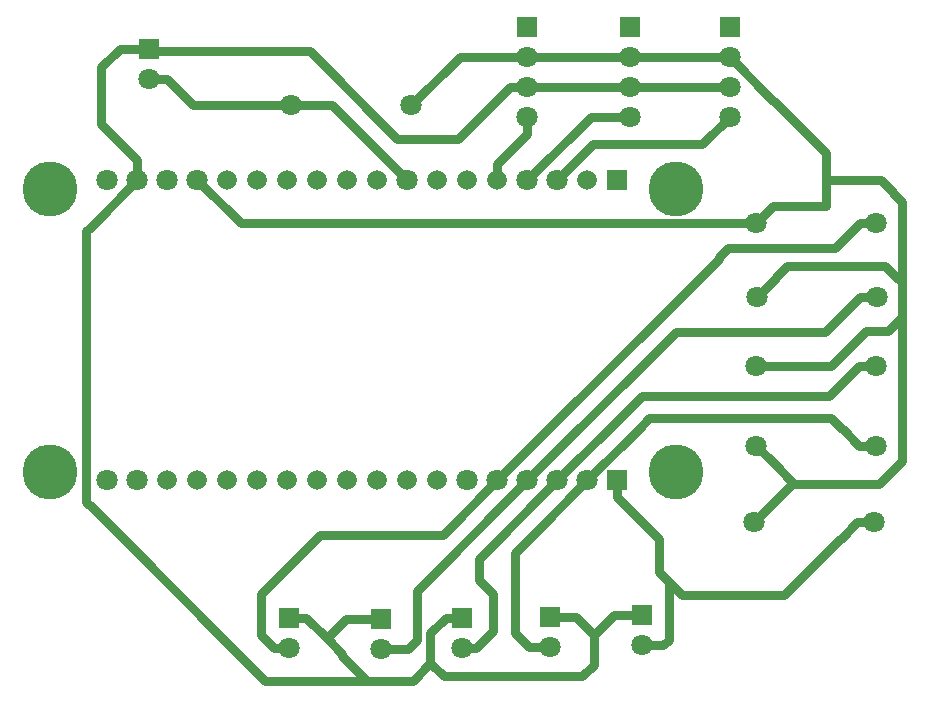
<source format=gbr>
%TF.GenerationSoftware,KiCad,Pcbnew,(5.1.12)-1*%
%TF.CreationDate,2022-06-22T10:59:22-05:00*%
%TF.ProjectId,Unidad central,556e6964-6164-4206-9365-6e7472616c2e,rev?*%
%TF.SameCoordinates,Original*%
%TF.FileFunction,Copper,L1,Top*%
%TF.FilePolarity,Positive*%
%FSLAX46Y46*%
G04 Gerber Fmt 4.6, Leading zero omitted, Abs format (unit mm)*
G04 Created by KiCad (PCBNEW (5.1.12)-1) date 2022-06-22 10:59:22*
%MOMM*%
%LPD*%
G01*
G04 APERTURE LIST*
%TA.AperFunction,ComponentPad*%
%ADD10C,1.800000*%
%TD*%
%TA.AperFunction,ComponentPad*%
%ADD11R,1.700000X1.700000*%
%TD*%
%TA.AperFunction,ComponentPad*%
%ADD12C,4.650000*%
%TD*%
%TA.AperFunction,ComponentPad*%
%ADD13C,1.665000*%
%TD*%
%TA.AperFunction,ComponentPad*%
%ADD14R,1.665000X1.665000*%
%TD*%
%TA.AperFunction,Conductor*%
%ADD15C,0.800000*%
%TD*%
G04 APERTURE END LIST*
D10*
%TO.P,R6,2*%
%TO.N,Net-(J6-Pad2)*%
X122857000Y-59921100D03*
%TO.P,R6,1*%
%TO.N,Net-(D1-Pad2)*%
X133017000Y-59921100D03*
%TD*%
%TO.P,R5,2*%
%TO.N,Net-(J5-Pad2)*%
X172164000Y-95224600D03*
%TO.P,R5,1*%
%TO.N,Net-(D1-Pad2)*%
X162004000Y-95224600D03*
%TD*%
%TO.P,R4,2*%
%TO.N,Net-(J4-Pad2)*%
X172342000Y-88742500D03*
%TO.P,R4,1*%
%TO.N,Net-(D1-Pad2)*%
X162182000Y-88742500D03*
%TD*%
%TO.P,R3,2*%
%TO.N,Net-(J3-Pad2)*%
X172342000Y-81991200D03*
%TO.P,R3,1*%
%TO.N,Net-(D1-Pad2)*%
X162182000Y-81991200D03*
%TD*%
%TO.P,R2,2*%
%TO.N,Net-(J2-Pad2)*%
X172430000Y-76131400D03*
%TO.P,R2,1*%
%TO.N,Net-(D1-Pad2)*%
X162270000Y-76131400D03*
%TD*%
%TO.P,R1,2*%
%TO.N,Net-(J1-Pad2)*%
X172369000Y-69883000D03*
%TO.P,R1,1*%
%TO.N,Net-(D1-Pad2)*%
X162209000Y-69883000D03*
%TD*%
%TO.P,J4,2*%
%TO.N,Net-(J4-Pad2)*%
X144747000Y-105768000D03*
D11*
%TO.P,J4,1*%
%TO.N,Net-(D1-Pad3)*%
X144747000Y-103228000D03*
%TD*%
D10*
%TO.P,J3,2*%
%TO.N,Net-(J3-Pad2)*%
X137279000Y-105865000D03*
D11*
%TO.P,J3,1*%
%TO.N,Net-(D1-Pad3)*%
X137279000Y-103325000D03*
%TD*%
D10*
%TO.P,J2,2*%
%TO.N,Net-(J2-Pad2)*%
X130404000Y-105964000D03*
D11*
%TO.P,J2,1*%
%TO.N,Net-(D1-Pad3)*%
X130404000Y-103424000D03*
%TD*%
D10*
%TO.P,D3,4*%
%TO.N,Net-(D3-Pad4)*%
X142822000Y-60927000D03*
%TO.P,D3,3*%
%TO.N,Net-(D1-Pad3)*%
X142822000Y-58387000D03*
%TO.P,D3,2*%
%TO.N,Net-(D1-Pad2)*%
X142822000Y-55847000D03*
D11*
%TO.P,D3,1*%
%TO.N,Net-(D3-Pad1)*%
X142822000Y-53307000D03*
%TD*%
D12*
%TO.P,U1,MH4*%
%TO.N,Net-(U1-PadMH4)*%
X155375000Y-90985200D03*
%TO.P,U1,MH3*%
%TO.N,Net-(U1-PadMH3)*%
X155375000Y-66985200D03*
%TO.P,U1,MH2*%
%TO.N,Net-(U1-PadMH2)*%
X102375000Y-66985200D03*
%TO.P,U1,MH1*%
%TO.N,Net-(U1-PadMH1)*%
X102375000Y-90985200D03*
D10*
%TO.P,U1,36*%
%TO.N,Net-(U1-Pad36)*%
X107272000Y-91685200D03*
%TO.P,U1,35*%
%TO.N,Net-(U1-Pad35)*%
X109812000Y-91685200D03*
D13*
%TO.P,U1,34*%
%TO.N,Net-(U1-Pad34)*%
X112352000Y-91685200D03*
%TO.P,U1,33*%
%TO.N,Net-(U1-Pad33)*%
X114892000Y-91685200D03*
%TO.P,U1,32*%
%TO.N,Net-(U1-Pad32)*%
X117432000Y-91685200D03*
%TO.P,U1,31*%
%TO.N,Net-(U1-Pad31)*%
X119972000Y-91685200D03*
%TO.P,U1,30*%
%TO.N,Net-(U1-Pad30)*%
X122512000Y-91685200D03*
%TO.P,U1,29*%
%TO.N,Net-(U1-Pad29)*%
X125052000Y-91685200D03*
%TO.P,U1,28*%
%TO.N,Net-(U1-Pad28)*%
X127592000Y-91685200D03*
%TO.P,U1,27*%
%TO.N,Net-(U1-Pad27)*%
X130132000Y-91685200D03*
%TO.P,U1,26*%
%TO.N,Net-(U1-Pad26)*%
X132672000Y-91685200D03*
%TO.P,U1,25*%
%TO.N,Net-(U1-Pad25)*%
X135212000Y-91685200D03*
D10*
%TO.P,U1,24*%
%TO.N,Net-(U1-Pad24)*%
X137752000Y-91685200D03*
%TO.P,U1,23*%
%TO.N,Net-(J1-Pad2)*%
X140292000Y-91685200D03*
%TO.P,U1,22*%
%TO.N,Net-(J2-Pad2)*%
X142832000Y-91685200D03*
%TO.P,U1,21*%
%TO.N,Net-(J3-Pad2)*%
X145372000Y-91685200D03*
%TO.P,U1,20*%
%TO.N,Net-(J4-Pad2)*%
X147912000Y-91685200D03*
D14*
%TO.P,U1,19*%
%TO.N,Net-(J5-Pad2)*%
X150452000Y-91685200D03*
D10*
%TO.P,U1,18*%
%TO.N,Net-(U1-Pad18)*%
X107272000Y-66285200D03*
%TO.P,U1,17*%
%TO.N,Net-(D1-Pad3)*%
X109812000Y-66285200D03*
%TO.P,U1,16*%
%TO.N,Net-(U1-Pad16)*%
X112352000Y-66285200D03*
%TO.P,U1,15*%
%TO.N,Net-(D1-Pad2)*%
X114892000Y-66285200D03*
D13*
%TO.P,U1,14*%
%TO.N,Net-(U1-Pad14)*%
X117432000Y-66285200D03*
%TO.P,U1,13*%
%TO.N,Net-(U1-Pad13)*%
X119972000Y-66285200D03*
%TO.P,U1,12*%
%TO.N,Net-(U1-Pad12)*%
X122512000Y-66285200D03*
%TO.P,U1,11*%
%TO.N,Net-(U1-Pad11)*%
X125052000Y-66285200D03*
%TO.P,U1,10*%
%TO.N,Net-(U1-Pad10)*%
X127592000Y-66285200D03*
%TO.P,U1,9*%
%TO.N,Net-(U1-Pad9)*%
X130132000Y-66285200D03*
D10*
%TO.P,U1,8*%
%TO.N,Net-(J6-Pad2)*%
X132672000Y-66285200D03*
D13*
%TO.P,U1,7*%
%TO.N,Net-(U1-Pad7)*%
X135212000Y-66285200D03*
%TO.P,U1,6*%
%TO.N,Net-(U1-Pad6)*%
X137752000Y-66285200D03*
%TO.P,U1,5*%
%TO.N,Net-(D3-Pad4)*%
X140292000Y-66285200D03*
D10*
%TO.P,U1,4*%
%TO.N,Net-(D2-Pad4)*%
X142832000Y-66285200D03*
%TO.P,U1,3*%
%TO.N,Net-(D1-Pad4)*%
X145372000Y-66285200D03*
D13*
%TO.P,U1,2*%
%TO.N,Net-(U1-Pad2)*%
X147912000Y-66285200D03*
D14*
%TO.P,U1,1*%
%TO.N,Net-(U1-Pad1)*%
X150452000Y-66285200D03*
%TD*%
D10*
%TO.P,D2,4*%
%TO.N,Net-(D2-Pad4)*%
X151526000Y-60927000D03*
%TO.P,D2,3*%
%TO.N,Net-(D1-Pad3)*%
X151526000Y-58387000D03*
%TO.P,D2,2*%
%TO.N,Net-(D1-Pad2)*%
X151526000Y-55847000D03*
D11*
%TO.P,D2,1*%
%TO.N,Net-(D2-Pad1)*%
X151526000Y-53307000D03*
%TD*%
D10*
%TO.P,D1,4*%
%TO.N,Net-(D1-Pad4)*%
X159964000Y-60927000D03*
%TO.P,D1,3*%
%TO.N,Net-(D1-Pad3)*%
X159964000Y-58387000D03*
%TO.P,D1,2*%
%TO.N,Net-(D1-Pad2)*%
X159964000Y-55847000D03*
D11*
%TO.P,D1,1*%
%TO.N,Net-(D1-Pad1)*%
X159964000Y-53307000D03*
%TD*%
D10*
%TO.P,J6,2*%
%TO.N,Net-(J6-Pad2)*%
X110833000Y-57698600D03*
D11*
%TO.P,J6,1*%
%TO.N,Net-(D1-Pad3)*%
X110833000Y-55158600D03*
%TD*%
D10*
%TO.P,J5,2*%
%TO.N,Net-(J5-Pad2)*%
X152530000Y-105667000D03*
D11*
%TO.P,J5,1*%
%TO.N,Net-(D1-Pad3)*%
X152530000Y-103127000D03*
%TD*%
D10*
%TO.P,J1,2*%
%TO.N,Net-(J1-Pad2)*%
X122644000Y-105865000D03*
D11*
%TO.P,J1,1*%
%TO.N,Net-(D1-Pad3)*%
X122644000Y-103325000D03*
%TD*%
D15*
%TO.N,Net-(D1-Pad3)*%
X151526000Y-58387000D02*
X142822000Y-58387000D01*
X159964000Y-58387000D02*
X151526000Y-58387000D01*
X124094300Y-103325000D02*
X122644000Y-103325000D01*
X109812000Y-66285200D02*
X105762800Y-70334400D01*
X127449300Y-103424000D02*
X125821300Y-105052000D01*
X130404000Y-103424000D02*
X127449300Y-103424000D01*
X125821300Y-105052000D02*
X124094300Y-103325000D01*
X127157480Y-106388180D02*
X125821300Y-105052000D01*
X137279000Y-103325000D02*
X135953160Y-103325000D01*
X135953160Y-103325000D02*
X134622540Y-104655620D01*
X134622540Y-104655620D02*
X134622540Y-107170220D01*
X134622540Y-107170220D02*
X133151880Y-108640880D01*
X148485860Y-104785160D02*
X146928700Y-103228000D01*
X148485860Y-107297220D02*
X148485860Y-104785160D01*
X147492720Y-108290360D02*
X148485860Y-107297220D01*
X146928700Y-103228000D02*
X144747000Y-103228000D01*
X135742680Y-108290360D02*
X147492720Y-108290360D01*
X134622540Y-107170220D02*
X135742680Y-108290360D01*
X150144020Y-103127000D02*
X148485860Y-104785160D01*
X152530000Y-103127000D02*
X150144020Y-103127000D01*
X129250440Y-108640880D02*
X133151880Y-108640880D01*
X120655080Y-108640880D02*
X129250440Y-108640880D01*
X105762800Y-93748600D02*
X120655080Y-108640880D01*
X127157480Y-106547920D02*
X129250440Y-108640880D01*
X127157480Y-106388180D02*
X127157480Y-106547920D01*
X109812000Y-66285200D02*
X109812000Y-64582220D01*
X109812000Y-64582220D02*
X106768900Y-61539120D01*
X106768900Y-61539120D02*
X106768900Y-56733440D01*
X108343740Y-55158600D02*
X110833000Y-55158600D01*
X106768900Y-56733440D02*
X108343740Y-55158600D01*
X110833000Y-55348400D02*
X110833000Y-55158600D01*
X131830960Y-62786260D02*
X124393100Y-55348400D01*
X136956800Y-62786260D02*
X131830960Y-62786260D01*
X138394300Y-61364400D02*
X138378660Y-61364400D01*
X138378660Y-61364400D02*
X136956800Y-62786260D01*
X141371700Y-58387000D02*
X138394300Y-61364400D01*
X124393100Y-55348400D02*
X110833000Y-55348400D01*
X142822000Y-58387000D02*
X141371700Y-58387000D01*
X105762800Y-93748600D02*
X105762800Y-93735900D01*
X105762800Y-93748600D02*
X105696760Y-93748600D01*
X105696760Y-93748600D02*
X105496360Y-93548200D01*
X105496360Y-70600840D02*
X105762800Y-70334400D01*
X105496360Y-93548200D02*
X105496360Y-70600840D01*
%TO.N,Net-(D1-Pad2)*%
X163602400Y-93626200D02*
X162004000Y-95224600D01*
X162270000Y-76131400D02*
X163870700Y-74530700D01*
X162209000Y-69883000D02*
X162157100Y-69934900D01*
X162157100Y-69934900D02*
X118541700Y-69934900D01*
X118541700Y-69934900D02*
X114892000Y-66285200D01*
X163661900Y-68430100D02*
X162209000Y-69883000D01*
X163661900Y-59544900D02*
X159964000Y-55847000D01*
X151526000Y-55847000D02*
X159964000Y-55847000D01*
X142822000Y-55847000D02*
X137091100Y-55847000D01*
X137091100Y-55847000D02*
X133017000Y-59921100D01*
X151526000Y-55847000D02*
X142822000Y-55847000D01*
X163602400Y-93626200D02*
X163602400Y-93588880D01*
X163661900Y-59544900D02*
X163674740Y-59544900D01*
X163674740Y-59544900D02*
X168102240Y-63972400D01*
X168102240Y-68430100D02*
X163661900Y-68430100D01*
X163602400Y-90162900D02*
X162182000Y-88742500D01*
X163602400Y-93626200D02*
X163622460Y-93626200D01*
X163622460Y-93626200D02*
X165344080Y-91904580D01*
X165344080Y-91904580D02*
X163602400Y-90162900D01*
X168102240Y-63972400D02*
X168102240Y-66271180D01*
X168102240Y-66271180D02*
X168102240Y-68430100D01*
X165412900Y-91973400D02*
X165344080Y-91904580D01*
X172585380Y-91973400D02*
X165412900Y-91973400D01*
X174543720Y-90015060D02*
X172585380Y-91973400D01*
X173777400Y-67351400D02*
X174543720Y-68117720D01*
X173777400Y-67292980D02*
X173777400Y-67351400D01*
X172755600Y-66271180D02*
X173777400Y-67292980D01*
X168102240Y-66271180D02*
X172755600Y-66271180D01*
X174543720Y-68117720D02*
X174543720Y-73568560D01*
X163870700Y-74530700D02*
X163870700Y-74493060D01*
X163870700Y-74493060D02*
X164795200Y-73568560D01*
X164795200Y-73568560D02*
X173106080Y-73568560D01*
X174203360Y-74665840D02*
X174543720Y-74665840D01*
X173106080Y-73568560D02*
X174203360Y-74665840D01*
X174543720Y-73568560D02*
X174543720Y-74665840D01*
X171482100Y-79080600D02*
X173319200Y-79080600D01*
X168571500Y-81991200D02*
X171482100Y-79080600D01*
X173319200Y-79080600D02*
X174543720Y-77856080D01*
X162182000Y-81991200D02*
X168571500Y-81991200D01*
X174543720Y-77856080D02*
X174543720Y-90015060D01*
X174543720Y-74665840D02*
X174543720Y-77856080D01*
%TO.N,Net-(J1-Pad2)*%
X159047200Y-72930000D02*
X140292000Y-91685200D01*
X172369000Y-69883000D02*
X170968700Y-69883000D01*
X122644000Y-105865000D02*
X122505700Y-105865000D01*
X121371208Y-105865000D02*
X122644000Y-105865000D01*
X120261380Y-104755172D02*
X121371208Y-105865000D01*
X120261380Y-101277420D02*
X120261380Y-104755172D01*
X125255700Y-96283100D02*
X120261380Y-101277420D01*
X135694100Y-96283100D02*
X125255700Y-96283100D01*
X140292000Y-91685200D02*
X135694100Y-96283100D01*
X159047200Y-72930000D02*
X159047200Y-72778600D01*
X159047200Y-72778600D02*
X159849820Y-71975980D01*
X168875720Y-71975980D02*
X170968700Y-69883000D01*
X159849820Y-71975980D02*
X168875720Y-71975980D01*
%TO.N,Net-(J5-Pad2)*%
X153980400Y-96646400D02*
X150452000Y-93118000D01*
X152530000Y-105667000D02*
X152620800Y-105667000D01*
X169341900Y-96646400D02*
X170763700Y-95224600D01*
X172164000Y-95224600D02*
X170763700Y-95224600D01*
X150452000Y-91685200D02*
X150452000Y-93118000D01*
X169341900Y-96646400D02*
X169278900Y-96646400D01*
X169278900Y-96646400D02*
X164538660Y-101386640D01*
X164538660Y-101386640D02*
X155936720Y-101386640D01*
X153980400Y-99430320D02*
X153980400Y-96646400D01*
X152530000Y-105667000D02*
X154327400Y-105667000D01*
X154814790Y-105179610D02*
X154814790Y-100264710D01*
X154327400Y-105667000D02*
X154814790Y-105179610D01*
X154814790Y-100264710D02*
X153980400Y-99430320D01*
X155936720Y-101386640D02*
X154814790Y-100264710D01*
%TO.N,Net-(J6-Pad2)*%
X122857000Y-59921100D02*
X126307900Y-59921100D01*
X126307900Y-59921100D02*
X132672000Y-66285200D01*
X122857000Y-59921100D02*
X114505800Y-59921100D01*
X114505800Y-59921100D02*
X112283300Y-57698600D01*
X110833000Y-57698600D02*
X112283300Y-57698600D01*
%TO.N,Net-(D2-Pad4)*%
X151526000Y-60927000D02*
X148190200Y-60927000D01*
X148190200Y-60927000D02*
X142832000Y-66285200D01*
%TO.N,Net-(D1-Pad4)*%
X159964000Y-60927000D02*
X157645100Y-63245900D01*
X157645100Y-63245900D02*
X148411300Y-63245900D01*
X148411300Y-63245900D02*
X145372000Y-66285200D01*
%TO.N,Net-(D3-Pad4)*%
X142822000Y-60927000D02*
X142822000Y-62377300D01*
X140292000Y-66285200D02*
X140292000Y-64907300D01*
X140292000Y-64907300D02*
X142822000Y-62377300D01*
%TO.N,Net-(J2-Pad2)*%
X171029700Y-76131400D02*
X168055800Y-79105300D01*
X168055800Y-79105300D02*
X155411900Y-79105300D01*
X155411900Y-79105300D02*
X142832000Y-91685200D01*
X172430000Y-76131400D02*
X171029700Y-76131400D01*
X133494780Y-101022420D02*
X142832000Y-91685200D01*
X132750280Y-105964000D02*
X133494780Y-105219500D01*
X133494780Y-105219500D02*
X133494780Y-101022420D01*
X130404000Y-105964000D02*
X132750280Y-105964000D01*
%TO.N,Net-(J3-Pad2)*%
X150715400Y-86341800D02*
X145372000Y-91685200D01*
X172342000Y-81991200D02*
X170941700Y-81991200D01*
X138729300Y-98327900D02*
X145372000Y-91685200D01*
X138729300Y-98327900D02*
X138729300Y-100141620D01*
X138729300Y-100141620D02*
X139908280Y-101320600D01*
X139908280Y-104437801D02*
X138481081Y-105865000D01*
X138481081Y-105865000D02*
X137279000Y-105865000D01*
X139908280Y-101320600D02*
X139908280Y-104437801D01*
X150715400Y-86341800D02*
X150716400Y-86341800D01*
X150716400Y-86341800D02*
X152509220Y-84548980D01*
X168383920Y-84548980D02*
X170941700Y-81991200D01*
X152509220Y-84548980D02*
X168383920Y-84548980D01*
%TO.N,Net-(J4-Pad2)*%
X172342000Y-88742500D02*
X170941700Y-88742500D01*
X147912000Y-91685200D02*
X152255000Y-87342200D01*
X169541400Y-87342200D02*
X170941700Y-88742500D01*
X143296700Y-96300500D02*
X147912000Y-91685200D01*
X144747000Y-105768000D02*
X142925660Y-105768000D01*
X142925660Y-105768000D02*
X141770100Y-104612440D01*
X141770100Y-97827100D02*
X143296700Y-96300500D01*
X141770100Y-104612440D02*
X141770100Y-97827100D01*
X169541400Y-87342200D02*
X169462940Y-87342200D01*
X169462940Y-87342200D02*
X168562020Y-86441280D01*
X153155920Y-86441280D02*
X152255000Y-87342200D01*
X168562020Y-86441280D02*
X153155920Y-86441280D01*
%TD*%
M02*

</source>
